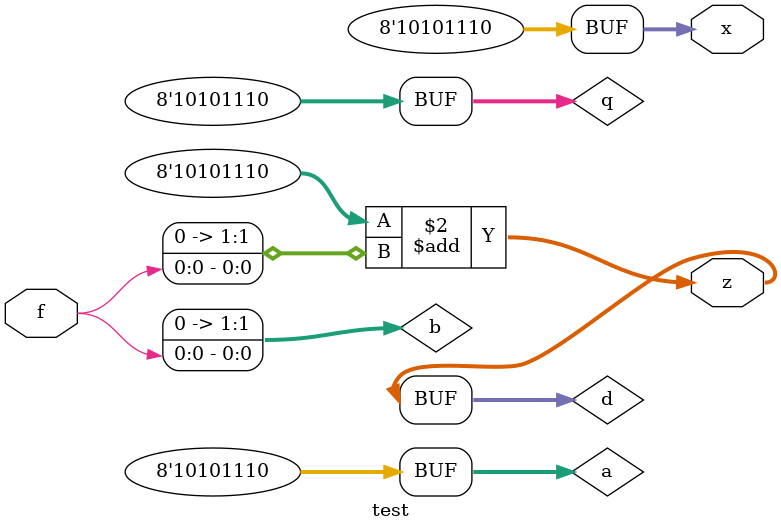
<source format=v>
`timescale 1ns / 1ps
module test(
	input f,
	output[7:0] z, 
	output[7:0] x
    );
	 reg[7:0] a;
	 wire [1:0] b;
	 reg[7:0] d;
	 reg[7:0] q;
	 assign z = d;
	 assign x = q;
	 assign b = f;
	 always@(f)
	 begin
		a = 8'b10101110;
		d = a + b;
		q = a;
		
	 end

endmodule

</source>
